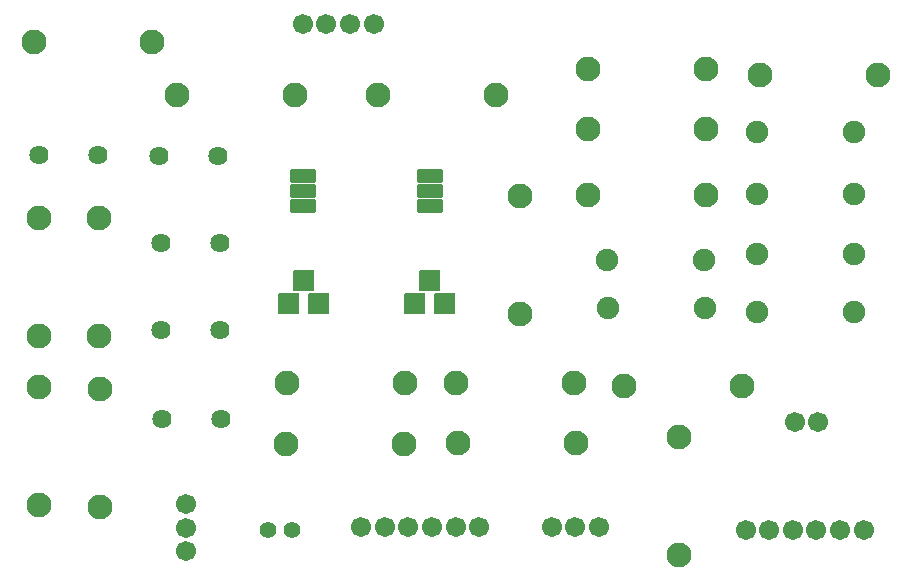
<source format=gbs>
G04 Layer: BottomSolderMaskLayer*
G04 EasyEDA v6.5.34, 2023-09-12 23:43:32*
G04 1e945d1d77d541fea1df0e41f1a3b175,2c7f107921f9494b8657ce3d0c88cbd9,10*
G04 Gerber Generator version 0.2*
G04 Scale: 100 percent, Rotated: No, Reflected: No *
G04 Dimensions in millimeters *
G04 leading zeros omitted , absolute positions ,4 integer and 5 decimal *
%FSLAX45Y45*%
%MOMM*%

%AMMACRO1*1,1,$1,$2,$3*1,1,$1,$4,$5*1,1,$1,0-$2,0-$3*1,1,$1,0-$4,0-$5*20,1,$1,$2,$3,$4,$5,0*20,1,$1,$4,$5,0-$2,0-$3,0*20,1,$1,0-$2,0-$3,0-$4,0-$5,0*20,1,$1,0-$4,0-$5,$2,$3,0*4,1,4,$2,$3,$4,$5,0-$2,0-$3,0-$4,0-$5,$2,$3,0*%
%ADD10C,1.9016*%
%ADD11C,1.7016*%
%ADD12C,1.6256*%
%ADD13C,1.4016*%
%ADD14MACRO1,0.1016X-0.8382X0.8382X0.8382X0.8382*%
%ADD15MACRO1,0.1016X-1.0103X0.501X1.0103X0.501*%
%ADD16C,2.1016*%

%LPD*%
D10*
G01*
X7222693Y13335000D03*
G01*
X8042706Y13335000D03*
G01*
X7222693Y12814300D03*
G01*
X8042706Y12814300D03*
D11*
G01*
X3378200Y14249400D03*
G01*
X3578199Y14249400D03*
G01*
X3778199Y14249400D03*
G01*
X3978198Y14249400D03*
D12*
G01*
X2175713Y11658600D03*
G01*
X2675712Y11658600D03*
D13*
G01*
X3087801Y9969500D03*
G01*
X3287801Y9969500D03*
D12*
G01*
X2163013Y13131800D03*
G01*
X2663012Y13131800D03*
G01*
X2175713Y12395200D03*
G01*
X2675712Y12395200D03*
G01*
X1147013Y13144500D03*
G01*
X1647012Y13144500D03*
G01*
X2188413Y10909300D03*
G01*
X2688412Y10909300D03*
D10*
G01*
X8042757Y11811000D03*
G01*
X7222743Y11811000D03*
G01*
X7222743Y12306300D03*
G01*
X8042757Y12306300D03*
D11*
G01*
X2387600Y10185400D03*
G01*
X2387600Y9985400D03*
G01*
X2387600Y9785400D03*
G01*
X5486400Y9994900D03*
G01*
X5686399Y9994900D03*
G01*
X5886399Y9994900D03*
D14*
G01*
X3263900Y11880850D03*
G01*
X3390900Y12071350D03*
G01*
X3517900Y11880850D03*
D15*
G01*
X3378263Y12966763D03*
G01*
X3378263Y12839763D03*
G01*
X3378263Y12712763D03*
D14*
G01*
X4330700Y11880850D03*
G01*
X4457700Y12071350D03*
G01*
X4584700Y11880850D03*
D15*
G01*
X4457763Y12966763D03*
G01*
X4457763Y12839763D03*
G01*
X4457763Y12712763D03*
D16*
G01*
X5791200Y13868400D03*
G01*
X6791197Y13868400D03*
G01*
X1651000Y12611100D03*
G01*
X1651000Y11611102D03*
G01*
X7251700Y13817600D03*
G01*
X8251697Y13817600D03*
G01*
X5689600Y10706100D03*
G01*
X4689602Y10706100D03*
G01*
X5791200Y12801600D03*
G01*
X6791197Y12801600D03*
G01*
X3238500Y10693400D03*
G01*
X4238497Y10693400D03*
G01*
X5791200Y13360400D03*
G01*
X6791197Y13360400D03*
G01*
X1663700Y11163300D03*
G01*
X1663700Y10163302D03*
G01*
X5219700Y11798300D03*
G01*
X5219700Y12798297D03*
G01*
X2311400Y13652500D03*
G01*
X3311397Y13652500D03*
G01*
X6565900Y10756900D03*
G01*
X6565900Y9756902D03*
G01*
X4673600Y11214100D03*
G01*
X5673597Y11214100D03*
G01*
X4241800Y11214100D03*
G01*
X3241802Y11214100D03*
G01*
X1143000Y11607800D03*
G01*
X1143000Y12607797D03*
G01*
X1143000Y11176000D03*
G01*
X1143000Y10176002D03*
G01*
X6096000Y11188700D03*
G01*
X7095997Y11188700D03*
G01*
X4013200Y13652500D03*
G01*
X5013197Y13652500D03*
G01*
X1104900Y14097000D03*
G01*
X2104897Y14097000D03*
D10*
G01*
X5965443Y11849100D03*
G01*
X6785457Y11849100D03*
G01*
X5952743Y12255500D03*
G01*
X6772757Y12255500D03*
D11*
G01*
X7128002Y9969500D03*
G01*
X7328001Y9969500D03*
G01*
X7528001Y9969500D03*
G01*
X7728000Y9969500D03*
G01*
X7928000Y9969500D03*
G01*
X8128000Y9969500D03*
G01*
X7743799Y10883900D03*
G01*
X7543800Y10883900D03*
G01*
X3873500Y9994900D03*
G01*
X4073499Y9994900D03*
G01*
X4273499Y9994900D03*
G01*
X4473498Y9994900D03*
G01*
X4673498Y9994900D03*
G01*
X4873497Y9994900D03*
M02*

</source>
